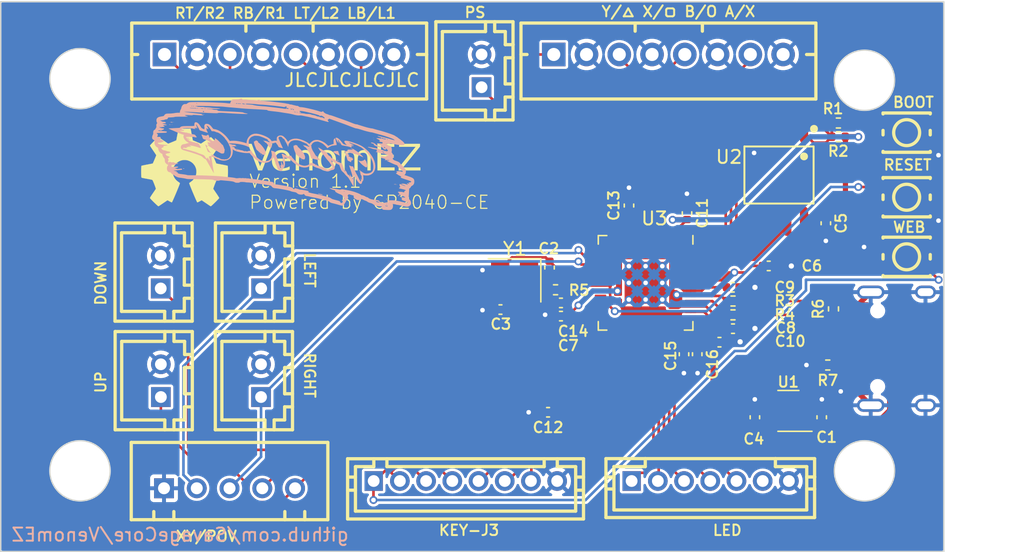
<source format=kicad_pcb>
(kicad_pcb (version 20221018) (generator pcbnew)
  (title_block (title "EZ Mod for Venom PS3/PS4") (date "2023-07-07") (rev "0.0.1") (company "SavageCore"))
  (layers (0 "F.Cu" signal) (31 "B.Cu" signal) (34 "B.Paste" user) (35 "F.Paste" user) (36 "B.SilkS" user "B.Silkscreen") (37 "F.SilkS" user "F.Silkscreen") (38 "B.Mask" user) (39 "F.Mask" user) (44 "Edge.Cuts" user))
  (net 0 "")
  (net 1 "DOWN")
  (net 2 "GND")
  (net 3 "S2 (START)")
  (net 4 "S1 (SELECT)")
  (net 5 "A2 (TP{slash}CAPTURE)")
  (net 6 "TURBO")
  (net 7 "LS TOGGLE")
  (net 8 "TURBO1")
  (net 9 "PS4 MODE")
  (net 10 "TURBO LED")
  (net 11 "PLED 4")
  (net 12 "PLED 3")
  (net 13 "PLED 2")
  (net 14 "PLED 1")
  (net 15 "LEFT")
  (net 16 "A1 (HOME)")
  (net 17 "RIGHT")
  (net 18 "(3K) R2")
  (net 19 "(3P) R1")
  (net 20 "(4K) L2")
  (net 21 "(4P) L1")
  (net 22 "UP")
  (net 23 "(1K) B1")
  (net 24 "(2K) B2")
  (net 25 "(1P) B3")
  (net 26 "(2P) B4")
  (net 30 "RUN")
  (net 33 "+1V1")
  (net 34 "+3V3")
  (net 35 "XIN")
  (net 36 "+5V")
  (net 37 "D+")
  (net 38 "D-")
  (net 39 "Net-(USB1-CC2)")
  (net 40 "XOUT")
  (net 41 "Net-(USB1-CC1)")
  (net 42 "QSPI_SS")
  (net 43 "BOOTSEL")
  (net 46 "QSPI_SD3")
  (net 47 "QSPI_SCLK")
  (net 48 "QSPI_SD0")
  (net 49 "QSPI_SD2")
  (net 50 "QSPI_SD1")
  (net 53 "Net-(C3-Pad1)")
  (net 54 "Net-(U3-USB_DP)")
  (net 55 "Net-(U3-USB_DM)")
  (footprint "easyeda2kicad:CONN-TH_2P-P2.50_HC-XH-2A-G" (layer "F.Cu") (at 89.706665 95.357798 90)
    (fp_text reference "CN10" hide)
    (fp_text value "HC-XH-2A-G")
  )
  (footprint "easyeda2kicad:CONN-TH_8P-P2.00_PH-8A" (layer "F.Cu") (at 112.954143 111.313443)
    (fp_text reference "CN2" hide)
    (fp_text value "HC-PH-8A-G")
  )
  (footprint "Resistor_SMD:R_0402_1005Metric" (layer "F.Cu") (at 141.411863 83.973583)
    (fp_text reference "R1")
    (fp_text value "1k")
  )
  (footprint "Symbol:OSHW-Symbol_6.7x6mm_SilkScreen" (layer "F.Cu") (at 91.516601 87.38511)
    (fp_text reference "OSHW1" hide)
    (fp_text value "OSHW-Symbol_6.7x6mm_SilkScreen" hide)
  )
  (footprint "easyeda2kicad:CONN-TH_2P-P2.50_HC-XH-2A-G" (layer "F.Cu") (at 89.717568 103.650138 90)
    (fp_text reference "CN7" hide)
    (fp_text value "HC-XH-2A-G")
  )
  (footprint "easyeda2kicad:SW-SMD_4P-L3.6-W3.0-P1.50-LS4.7" (layer "F.Cu") (at 146.619188 94.19174 180)
    (fp_text reference "SW1" hide)
    (fp_text value "GT-TC030A-H020-L1N")
  )
  (footprint "Capacitor_SMD:C_0402_1005Metric" (layer "F.Cu") (at 125.43422 90.275158 90)
    (fp_text reference "C13")
    (fp_text value "100n")
  )
  (footprint "easyeda2kicad:CONN-TH_2P-P2.50_HC-XH-2A-G" (layer "F.Cu") (at 114.186653 79.99 90)
    (fp_text reference "CN5" hide)
    (fp_text value "HC-XH-2A-G")
  )
  (footprint "Resistor_SMD:R_0402_1005Metric" (layer "F.Cu") (at 141.038595 98.168847 90)
    (fp_text reference "R6")
    (fp_text value "5.1k")
  )
  (footprint "Capacitor_SMD:C_0402_1005Metric" (layer "F.Cu") (at 140.454685 91.628537 -90)
    (fp_text reference "C5")
    (fp_text value "100n")
  )
  (footprint "easyeda2kicad:SOIC-8_L5.3-W5.3-P1.27-LS8.0-BL" (layer "F.Cu") (at 136.880259 87.94559 180)
    (fp_text reference "U2")
    (fp_text value "W25Q128JVSIQTR")
  )
  (footprint "Capacitor_SMD:C_0402_1005Metric" (layer "F.Cu") (at 120.243458 97.710662 180)
    (fp_text reference "C14")
    (fp_text value "100n")
  )
  (footprint "Capacitor_SMD:C_0402_1005Metric" (layer "F.Cu") (at 129.631769 101.631187 -90)
    (fp_text reference "C15")
    (fp_text value "100n")
  )
  (footprint "easyeda2kicad:CONN-TH_2P-P2.50_HC-XH-2A-G" (layer "F.Cu") (at 97.369889 95.357798 90)
    (fp_text reference "CN8" hide)
    (fp_text value "HC-XH-2A-G")
  )
  (footprint "Crystal:Crystal_SMD_3225-4Pin_3.2x2.5mm" (layer "F.Cu") (at 116.707657 95.983875 180)
    (fp_text reference "Y1")
    (fp_text value "Crystal_GND24")
  )
  (footprint "easyeda2kicad:SW-SMD_4P-L3.6-W3.0-P1.50-LS4.7" (layer "F.Cu") (at 146.619188 84.708587)
    (fp_text reference "SW3" hide)
    (fp_text value "GT-TC030A-H020-L1N")
  )
  (footprint "Resistor_SMD:R_0402_1005Metric" (layer "F.Cu") (at 133.370439 97.568254 180)
    (fp_text reference "R3")
    (fp_text value "27")
  )
  (footprint "easyeda2kicad:CONN-TH_8P-P2.50_HCTL_XH-8A_C2908606" (layer "F.Cu") (at 98.744448 78.74)
    (fp_text reference "CN3" hide)
    (fp_text value "HC-XH-8A-G")
  )
  (footprint "Package_TO_SOT_SMD:SOT-23-5" (layer "F.Cu") (at 137.597233 105.958072 180)
    (fp_text reference "U1")
    (fp_text value "TLV73333PDBV")
  )
  (footprint "Capacitor_SMD:C_0402_1005Metric" (layer "F.Cu") (at 129.861793 90.864636 90)
    (fp_text reference "C11")
    (fp_text value "100n")
  )
  (footprint "easyeda2kicad:CONN-TH_5P-P2.50_HC-XH-5A-G" (layer "F.Cu") (at 94.956758 111.86744)
    (fp_text reference "CN1" hide)
    (fp_text value "HC-XH-5A-G")
  )
  (footprint "Capacitor_SMD:C_0402_1005Metric" (layer "F.Cu") (at 136.097323 94.886871)
    (fp_text reference "C6")
    (fp_text value "100n")
  )
  (footprint "easyeda2kicad:CONN-TH_2P-P2.50_HC-XH-2A-G" (layer "F.Cu") (at 97.360856 103.650138 90)
    (fp_text reference "CN9" hide)
    (fp_text value "HC-XH-2A-G")
  )
  (footprint "Capacitor_SMD:C_0402_1005Metric" (layer "F.Cu") (at 119.373401 95.011924 -90)
    (fp_text reference "C2")
    (fp_text value "30p")
  )
  (footprint "Resistor_SMD:R_0402_1005Metric" (layer "F.Cu") (at 133.369664 98.625036 180)
    (fp_text reference "R4")
    (fp_text value "27")
  )
  (footprint "Resistor_SMD:R_0402_1005Metric" (layer "F.Cu") (at 140.60116 102.457016 180)
    (fp_text reference "R7")
    (fp_text value "5.1k")
  )
  (footprint "Capacitor_SMD:C_0402_1005Metric" (layer "F.Cu") (at 133.353919 96.52)
    (fp_text reference "C9")
    (fp_text value "100n")
  )
  (footprint "Capacitor_SMD:C_0402_1005Metric" (layer "F.Cu") (at 119.260309 106.064071 180)
    (fp_text reference "C12")
    (fp_text value "100n")
  )
  (footprint "Capacitor_SMD:C_0402_1005Metric" (layer "F.Cu") (at 132.337521 100.711465)
    (fp_text reference "C10")
    (fp_text value "1u")
  )
  (footprint "Capacitor_SMD:C_0402_1005Metric" (layer "F.Cu") (at 120.243458 98.719923 180)
    (fp_text reference "C7")
    (fp_text value "100n")
  )
  (footprint "Resistor_SMD:R_0402_1005Metric" (layer "F.Cu") (at 141.421614 85.021849 180)
    (fp_text reference "R2")
    (fp_text value "10k")
  )
  (footprint "Resistor_SMD:R_0402_1005Metric" (layer "F.Cu") (at 119.831492 96.707928)
    (fp_text reference "R5")
    (fp_text value "1k")
  )
  (footprint "Capacitor_SMD:C_0402_1005Metric" (layer "F.Cu") (at 115.627918 98.220049 180)
    (fp_text reference "C3")
    (fp_text value "30p")
  )
  (footprint "Capacitor_SMD:C_0402_1005Metric" (layer "F.Cu") (at 133.370268 99.678718)
    (fp_text reference "C8")
    (fp_text value "1u")
  )
  (footprint "Capacitor_SMD:C_0402_1005Metric" (layer "F.Cu") (at 135.041033 106.444702 90)
    (fp_text reference "C4")
    (fp_text value "1u")
  )
  (footprint "easyeda2kicad:CONN-TH_7P-P2.00_PH-7A" (layer "F.Cu") (at 131.63569 111.313443)
    (fp_text reference "CN6" hide)
    (fp_text value "HC-PH-7A-G")
  )
  (footprint "Capacitor_SMD:C_0402_1005Metric" (layer "F.Cu") (at 130.641428 101.628516 -90)
    (fp_text reference "C16")
    (fp_text value "100n")
  )
  (footprint "Capacitor_SMD:C_0402_1005Metric" (layer "F.Cu") (at 140.139641 106.444702 90)
    (fp_text reference "C1")
    (fp_text value "1u")
  )
  (footprint "Type-C:HRO-TYPE-C-31-M-12-Assembly" (layer "F.Cu") (at 150.657168 101.21011 90)
    (fp_text reference "USB1" hide)
    (fp_text value "HRO-TYPE-C-31-M-12")
  )
  (footprint "easyeda2kicad:CONN-TH_8P-P2.50_HCTL_XH-8A_C2908606" (layer "F.Cu") (at 128.443878 78.74)
    (fp_text reference "CN4" hide)
    (fp_text value "HC-XH-8A-G")
  )
  (footprint "RP2040:RP2040-QFN-56" (layer "F.Cu") (at 126.70151 96.18 -90)
    (fp_text reference "U3")
    (fp_text value "RP2040")
  )
  (footprint "easyeda2kicad:SW-SMD_4P-L3.6-W3.0-P1.50-LS4.7" (layer "F.Cu") (at 146.619188 89.642124)
    (fp_text reference "SW2" hide)
    (fp_text value "GT-TC030A-H020-L1N")
  )
  (footprint "GP2040-CE:gp2040-ce-logo" (layer "B.Cu") (at 99.06 86.36 180)
    (fp_text reference "G***" hide)
    (fp_text value "LOGO" hide)
  )
  (gr_circle (center 83.547094 80.586385) (end 85.847094 80.586385) (stroke (width 0.1)) (fill none) (layer "Edge.Cuts"))
  (gr_circle (center 83.547094 110.534209) (end 85.847094 110.534209) (stroke (width 0.1)) (fill none) (layer "Edge.Cuts"))
  (gr_circle (center 143.401941 80.708788) (end 145.701941 80.708788) (stroke (width 0.1)) (fill none) (layer "Edge.Cuts"))
  (gr_circle (center 143.401941 110.534209) (end 145.701941 110.534209) (stroke (width 0.1)) (fill none) (layer "Edge.Cuts"))
  (gr_rect (start 77.492988 74.707243) (end 149.459652 116.701911) (stroke (width 0.1)) (fill none) (layer "Edge.Cuts"))
  (gr_text "github.com/SavageCore/VenomEZ" (at 104.14 116) (layer "B.SilkS") (effects (font (size 1 1)) (justify left bottom mirror)))
  (gr_text "RIGHT" (at 100.6 101.432541 270) (layer "F.SilkS") (effects (font (size 0.8 0.8)) (justify left bottom)))
  (gr_text "VenomEZ" (at 96.332817 87.938895) (layer "F.SilkS") (effects (font (size 2 2)) (justify left bottom)))
  (gr_text "LEFT" (at 100.6 93.777292 270) (layer "F.SilkS") (effects (font (size 0.8 0.8)) (justify left bottom)))
  (gr_text "BOOT" (at 145.493458 82.859711) (layer "F.SilkS") (effects (font (size 0.8 0.8)) (justify left bottom)))
  (gr_text "WEB" (at 145.5 92.4) (layer "F.SilkS") (effects (font (size 0.8 0.8)) (justify left bottom)))
  (gr_text "UP" (at 85.6 104.686022 90) (layer "F.SilkS") (effects (font (size 0.8 0.8)) (justify left bottom)))
  (gr_text "RT/R2 RB/R1 LT/L2 LB/L1" (at 90.699962 76.052167) (layer "F.SilkS") (effects (font (size 0.8 0.8)) (justify left bottom)))
  (gr_text "JLCJLCJLCJLC" (at 99.06 81.28) (layer "F.SilkS") (effects (font (size 1 1)) (justify left bottom)))
  (gr_text "LED" (at 131.751947 115.544838) (layer "F.SilkS") (effects (font (size 0.8 0.8)) (justify left bottom)))
  (gr_text "Version 1.1\nPowered by GP2040-CE" (at 96.396823 90.614668) (layer "F.SilkS") (effects (font (size 1 1) (thickness 0.09)) (justify left bottom)))
  (gr_text "RESET" (at 144.78 87.642081) (layer "F.SilkS") (effects (font (size 0.8 0.8)) (justify left bottom)))
  (gr_text "XY/POV" (at 90.788231 116) (layer "F.SilkS") (effects (font (size 0.8 0.8)) (justify left bottom)))
  (gr_text "KEY-J3" (at 110.843811 115.544838) (layer "F.SilkS") (effects (font (size 0.8 0.8)) (justify left bottom)))
  (gr_text "PS" (at 112.809847 76) (layer "F.SilkS") (effects (font (size 0.8 0.8) (thickness 0.15) bold) (justify left bottom)))
  (gr_text "DOWN" (at 85.6 97.986409 90) (layer "F.SilkS") (effects (font (size 0.8 0.8)) (justify left bottom)))
  (gr_text "Y/△ X/▢ B/O A/X" (at 123.257376 75.930684) (layer "F.SilkS") (effects (font (size 0.8 0.8)) (justify left bottom)))
  (segment (start 91.982528 108.932363) (end 91.798839 108.748674) (width 0.2) (layer "F.Cu") (net 1))
  (segment (start 100.391835 108.932363) (end 97.456758 111.86744) (width 0.2) (layer "F.Cu") (net 1))
  (segment (start 107.292265 108.932363) (end 100.391835 108.932363) (width 0.2) (layer "F.Cu") (net 1))
  (segment (start 119.614425 103.34) (end 122.52651 100.427915) (width 0.2) (layer "F.Cu") (net 1))
  (segment (start 100.391835 108.932363) (end 91.982528 108.932363) (width 0.2) (layer "F.Cu") (net 1))
  (segment (start 122.52651 100.427915) (end 122.52651 98.585025) (width 0.2) (layer "F.Cu") (net 1))
  (segment (start 91.798839 108.748674) (end 91.798839 98.699972) (width 0.2) (layer "F.Cu") (net 1))
  (segment (start 122.52651 98.585025) (end 122.731535 98.38) (width 0.2) (layer "F.Cu") (net 1))
  (segment (start 122.731535 98.38) (end 123.26401 98.38) (width 0.2) (layer "F.Cu") (net 1))
  (segment (start 112.884629 103.34) (end 119.614425 103.34) (width 0.2) (layer "F.Cu") (net 1))
  (segment (start 107.292265 108.932363) (end 112.884629 103.34) (width 0.2) (layer "F.Cu") (net 1))
  (segment (start 91.798839 98.699972) (end 89.706665 96.607798) (width 0.2) (layer "F.Cu") (net 1))
  (segment (start 138.734733 105.958072) (end 140.133011 105.958072) (width 0.4) (layer "F.Cu") (net 2))
  (segment (start 130.641428 103.050549) (end 130.666239 103.07536) (width 0.2) (layer "F.Cu") (net 2))
  (segment (start 148.50889 85.458587) (end 148.50889 85.893821) (width 0.2) (layer "F.Cu") (net 2))
  (segment (start 134.980259 86.257429) (end 134.980259 84.41559) (width 0.2) (layer "F.Cu") (net 2))
  (segment (start 141.339858 97.96011) (end 141.038595 97.658847) (width 0.2) (layer "F.Cu") (net 2))
  (segment (start 114.256353 95.208029) (end 115.533503 95.208029) (width 0.2) (layer "F.Cu") (net 2))
  (segment (start 133.833919 96.52) (end 135.040341 96.52) (width 0.25) (layer "F.Cu") (net 2))
  (segment (start 115.533503 95.208029) (end 115.607657 95.133875) (width 0.2) (layer "F.Cu") (net 2))
  (segment (start 120.021477 95.18) (end 119.373401 94.531924) (width 0.2) (layer "F.Cu") (net 2))
  (segment (start 119.035642 98.438478) (end 119.763458 97.710662) (width 0.2) (layer "F.Cu") (net 2))
  (segment (start 130.641428 102.108516) (end 130.641428 103.050549) (width 0.2) (layer "F.Cu") (net 2))
  (segment (start 141.60092 104.46011) (end 141.590312 104.470718) (width 0.2) (layer "F.Cu") (net 2))
  (segment (start 117.407657 96.833875) (end 117.807657 96.833875) (width 0.2) (layer "F.Cu") (net 2))
  (segment (start 129.631769 102.111187) (end 129.631769 103.067779) (width 0.2) (layer "F.Cu") (net 2))
  (segment (start 119.075352 94.233875) (end 116.507657 94.233875) (width 0.2) (layer "F.Cu") (net 2))
  (segment (start 148.50889 85.893821) (end 149.048203 86.433134) (width 0.2) (layer "F.Cu") (net 2))
  (segment (start 140.139641 105.085074) (end 140.148781 105.075934) (width 0.4) (layer "F.Cu") (net 2))
  (segment (start 142.962168 97.80511) (end 143.877168 96.89011) (width 0.4) (layer "F.Cu") (net 2))
  (segment (start 135.041033 105.082138) (end 135.034829 105.075934) (width 0.2) (layer "F.Cu") (net 2))
  (segment (start 142.962168 104.46011) (end 141.60092 104.46011) (width 0.4) (layer "F.Cu") (net 2))
  (segment (start 138.728103 105.964702) (end 138.734733 105.958072) (width 0.4) (layer "F.Cu") (net 2))
  (segment (start 133.886642 100.711465) (end 133.914554 100.683553) (width 0.25) (layer "F.Cu") (net 2))
  (segment (start 142.962168 97.96011) (end 142.962168 97.80511) (width 0.2) (layer "F.Cu") (net 2))
  (segment (start 123.26401 95.18) (end 120.021477 95.18) (width 0.2) (layer "F.Cu") (net 2))
  (segment (start 116.507657 94.233875) (end 115.607657 95.133875) (width 0.2) (layer "F.Cu") (net 2))
  (segment (start 140.133011 105.958072) (end 140.139641 105.964702) (width 0.4) (layer "F.Cu") (net 2))
  (segment (start 148.519188 90.392124) (end 148.519188 90.938016) (width 0.2) (layer "F.Cu") (net 2))
  (segment (start 142.962168 97.96011) (end 141.339858 97.96011) (width 0.2) (layer "F.Cu") (net 2))
  (segment (start 129.854479 90.377322) (end 129.861793 90.384636) (width 0.2) (layer "F.Cu") (net 2))
  (segment (start 142.962168 104.61511) (end 143.877168 105.53011) (width 0.4) (layer "F.Cu") (net 2))
  (segment (start 125.43422 89.795158) (end 125.43422 88.913282) (width 0.2) (layer "F.Cu") (net 2))
  (segment (start 119.373401 94.531924) (end 119.075352 94.233875) (width 0.2) (layer "F.Cu") (net 2))
  (segment (start 140.454685 92.108537) (end 140.454685 92.97452) (width 0.4) (layer "F.Cu") (net 2))
  (segment (start 115.102483 98.265484) (end 115.147918 98.220049) (width 0.2) (layer "F.Cu") (net 2))
  (segment (start 140.139641 105.964702) (end 140.139641 105.085074) (width 0.4) (layer "F.Cu") (net 2))
  (segment (start 135.040341 96.52) (end 135.044993 96.524652) (width 0.25) (layer "F.Cu") (net 2))
  (segment (start 136.577323 94.886871) (end 137.813917 94.886871) (width 0.25) (layer "F.Cu") (net 2))
  (segment (start 132.817521 100.711465) (end 133.886642 100.711465) (width 0.25) (layer "F.Cu") (net 2))
  (segment (start 117.780537 106.064071) (end 118.780309 106.064071) (width 0.2) (layer "F.Cu") (net 2))
  (segment (start 135.031036 99.678718) (end 135.044993 99.664761) (width 0.25) (layer "F.Cu") (net 2))
  (segment (start 142.962168 104.46011) (end 142.962168 104.61511) (width 0.4) (layer "F.Cu") (net 2))
  (segment (start 148.519188 90.938016) (end 149.011636 91.430464) (width 0.2) (layer "F.Cu") (net 2))
  (segment (start 140.09116 102.457016) (end 138.974769 102.457016) (width 0.2) (layer "F.Cu") (net 2))
  (segment (start 119.138785 98.719923) (end 119.763458 98.719923) (width 0.2) (layer "F.Cu") (net 2))
  (segment (start 114.256353 98.265484) (end 115.102483 98.265484) (width 0.2) (layer "F.Cu") (net 2))
  (segment (start 129.631769 103.067779) (end 129.624188 103.07536) (width 0.2) (layer "F.Cu") (net 2))
  (segment (start 135.041033 105.964702) (end 138.728103 105.964702) (width 0.4) (layer "F.Cu") (net 2))
  (segment (start 119.035642 98.61678) (end 119.035642 98.438478) (width 0.2) (layer "F.Cu") (net 2))
  (segment (start 133.850268 99.678718) (end 135.031036 99.678718) (width 0.25) (layer "F.Cu") (net 2))
  (segment (start 144.711933 93.44174) (end 143.369197 93.44174) (width 0.2) (layer "F.Cu") (net 2))
  (segment (start 119.035642 98.61678) (end 119.138785 98.719923) (width 0.2) (layer "F.Cu") (net 2))
  (segment (start 115.507657 95.133875) (end 115.607657 95.133875) (width 0.2) (layer "F.Cu") (net 2))
  (segment (start 135.041033 105.964702) (end 135.041033 105.082138) (width 0.4) (layer "F.Cu") (net 2))
  (segment (start 115.707657 95.133875) (end 117.407657 96.833875) (width 0.2) (layer "F.Cu") (net 2))
  (segment (start 129.854479 89.375376) (end 129.854479 90.377322) (width 0.4) (layer "F.Cu") (net 2))
  (segment (start 143.369197 93.44174) (end 143.368986 93.441951) (width 0.2) (layer "F.Cu") (net 2))
  (via (at 129.854479 89.375376) (size 0.6) (drill 0.35) (layers "F.Cu" "B.Cu") (net 2))
  (via (at 141.590312 104.470718) (size 0.6) (drill 0.35) (layers "F.Cu" "B.Cu") (net 2))
  (via (at 129.624188 103.07536) (size 0.6) (drill 0.35) (layers "F.Cu" "B.Cu") (net 2))
  (via (at 143.368986 93.441951) (size 0.6) (drill 0.35) (layers "F.Cu" "B.Cu") (net 2))
  (via (at 149.048203 91.430464) (size 0.6) (drill 0.35) (layers "F.Cu" "B.Cu") (net 2))
  (via (at 133.914554 100.683553) (size 0.8) (drill 0.4) (layers "F.Cu" "B.Cu") (net 2))
  (via (at 125.43422 88.913282) (size 0.6) (drill 0.35) (layers "F.Cu" "B.Cu") (net 2))
  (via (at 137.820895 94.893849) (size 0.8) (drill 0.4) (layers "F.Cu" "B.Cu") (net 2))
  (via (at 117.780537 106.064071) (size 0.6) (drill 0.35) (layers "F.Cu" "B.Cu") (net 2))
  (via (at 130.666239 103.07536) (size 0.6) (drill 0.35) (layers "F.Cu" "B.Cu") (net 2))
  (via (at 140.454685 92.97452) (size 0.6) (drill 0.35) (layers "F.Cu" "B.Cu") (net 2))
  (via (at 135.044993 99.664761) (size 0.8) (drill 0.4) (layers "F.Cu" "B.Cu") (net 2))
  (via (at 149.048203 86.433134) (size 0.6) (drill 0.35) (layers "F.Cu" "B.Cu") (net 2))
  (via (at 138.974769 102.457016) (size 0.6) (drill 0.35) (layers "F.Cu" "B.Cu") (net 2))
  (via (at 114.256353 95.208029) (size 0.6) (drill 0.35) (layers "F.Cu" "B.Cu") (net 2))
  (via (at 134.980259 86.257429) (size 0.6) (drill 0.35) (layers "F.Cu" "B.Cu") (net 2))
  (via (at 135.034829 105.075934) (size 0.6) (drill 0.35) (layers "F.Cu" "B.Cu") (net 2))
  (via (at 140.148781 105.075934) (size 0.6) (drill 0.35) (layers "F.Cu" "B.Cu") (net 2))
  (via (at 114.256353 98.265484) (size 0.6) (drill 0.35) (layers "F.Cu" "B.Cu") (net 2))
  (via (at 119.035642 98.61678) (size 0.6) (drill 0.35) (layers "F.Cu" "B.Cu") (net 2))
  (via (at 135.044993 96.524652) (size 0.8) (drill 0.4) (layers "F.Cu" "B.Cu") (net 2))
  (segment (start 148.511933 94.94174) (end 148.511933 95.395211) (width 0.2) (layer "F.Cu") (net 3))
  (segment (start 105.938397 112.764751) (end 105.938397 111.329189) (width 0.2) (layer "F.Cu") (net 3))
  (segment (start 107.408 109.948) (end 113.216 104.14) (width 0.2) (layer "F.Cu") (net 3))
  (segment (start 119.945797 104.14) (end 124.10151 99.984289) (width 0.2) (layer "F.Cu") (net 3))
  (segment (start 124.10151 99.984289) (end 124.10151 99.6175) (width 0.2) (layer "F.Cu") (net 3))
  (segment (start 105.983 111.373) (end 107.408 109.948) (width 0.2) (layer "F.Cu") (net 3))
  (segment (start 113.216 104.14) (end 119.945797 104.14) (width 0.2) (layer "F.Cu") (net 3))
  (segment (start 148.511933 95.395211) (end 149.062578 95.945856) (width 0.2) (layer "F.Cu") (net 3))
  (segment (start 105.938397 111.329189) (end 105.954143 111.313443) (width 0.2) (layer "F.Cu") (net 3))
  (via (at 105.938397 112.764751) (size 0.6) (drill 0.35) (layers "F.Cu" "B.Cu") (net 3))
  (via (at 149.062578 95.945856) (size 0.6) (drill 0.35) (layers "F.Cu" "B.Cu") (net 3))
  (segment (start 133.500933 101.383553) (end 134.316151 101.383553) (width 0.2) (layer "B.Cu") (net 3))
  (segment (start 122.119735 112.764751) (end 133.500933 101.383553) (width 0.2) (layer "B.Cu") (net 3))
  (segment (start 138.93863 95.945856) (end 149.062578 95.945856) (width 0.2) (layer "B.Cu") (net 3))
  (segment (start 138.93863 96.761074) (end 138.93863 95.945856) (width 0.2) (layer "B.Cu") (net 3))
  (segment (start 105.938397 112.764751) (end 122.119735 112.764751) (width 0.2) (layer "B.Cu") (net 3))
  (segment (start 134.316151 101.383553) (end 138.93863 96.761074) (width 0.2) (layer "B.Cu") (net 3))
  (segment (start 120.111483 104.54) (end 124.50151 100.149975) (width 0.2) (layer "F.Cu") (net 4))
  (segment (start 113.381686 104.54) (end 120.111483 104.54) (width 0.2) (layer "F.Cu") (net 4))
  (segment (start 107.265843 110.655843) (end 113.381686 104.54) (width 0.2) (layer "F.Cu") (net 4))
  (segment (start 107.983 111.373) (end 107.265843 110.655843) (width 0.2) (layer "F.Cu") (net 4))
  (segment (start 124.50151 100.149975) (end 124.50151 99.6175) (width 0.2) (layer "F.Cu") (net 4))
  (segment (start 108.548686 109.938686) (end 113.547372 104.94) (width 0.2) (layer "F.Cu") (net 5))
  (segment (start 109.983 111.373) (end 108.548686 109.938686) (width 0.2) (layer "F.Cu") (net 5))
  (segment (start 120.277169 104.94) (end 124.90151 100.31566) (width 0.2) (layer "F.Cu") (net 5))
  (segment (start 113.547372 104.94) (end 120.277169 104.94) (width 0.2) (layer "F.Cu") (net 5))
  (segment (start 124.90151 100.31566) (end 124.90151 99.6175) (width 0.2) (layer "F.Cu") (net 5))
  (segment (start 120.442855 105.34) (end 125.30151 100.481345) (width 0.2) (layer "F.Cu") (net 6))
  (segment (start 110.383 109.773) (end 109.280058 109.773) (width 0.2) (layer "F.Cu") (net 6))
  (segment (start 109.280058 109.773) (end 113.713058 105.34) (width 0.2) (layer "F.Cu") (net 6))
  (segment (start 111.983 111.373) (end 110.383 109.773) (width 0.2) (layer "F.Cu") (net 6))
  (segment (start 113.713058 105.34) (end 120.442855 105.34) (width 0.2) (layer "F.Cu") (net 6))
  (segment (start 125.30151 100.481345) (end 125.30151 99.6175) (width 0.2) (layer "F.Cu") (net 6))
  (segment (start 116.976547 109.937679) (end 126.10151 100.812716) (width 0.2) (layer "F.Cu") (net 7))
  (segment (start 126.10151 100.812716) (end 126.10151 99.6175) (width 0.2) (layer "F.Cu") (net 7))
  (segment (start 113.983 111.373) (end 115.418321 109.937679) (width 0.2) (layer "F.Cu") (net 7))
  (segment (start 115.418321 109.937679) (end 116.976547 109.937679) (width 0.2) (layer "F.Cu") (net 7))
  (segment (start 115.983 111.373) (end 116.106911 111.373) (width 0.2) (layer "F.Cu") (net 8))
  (segment (start 116.106911 111.373) (end 126.50151 100.978401) (width 0.2) (layer "F.Cu") (net 8))
  (segment (start 126.50151 100.978401) (end 126.50151 99.6175) (width 0.2) (layer "F.Cu") (net 8))
  (segment (start 117.983 110.062597) (end 126.90151 101.144086) (width 0.2) (layer "F.Cu") (net 9))
  (segment (start 126.90151 101.144086) (end 126.90151 99.6175) (width 0.2) (layer "F.Cu") (net 9))
  (segment (start 117.983 111.373) (end 117.983 110.062597) (width 0.2) (layer "F.Cu") (net 9))
  (segment (start 128.956652 109.732581) (end 128.90151 109.677439) (width 0.2) (layer "F.Cu") (net 10))
  (segment (start 133.63569 111.313443) (end 132.054828 109.732581) (width 0.2) (layer "F.Cu") (net 10))
  (segment (start 128.90151 109.677439) (end 128.90151 99.6175) (width 0.2) (layer "F.Cu") (net 10))
  (segment (start 132.054828 109.732581) (end 128.956652 109.732581) (width 0.2) (layer "F.Cu") (net 10))
  (segment (start 128.56343 110.132581) (end 128.50151 110.070661) (width 0.2) (layer "F.Cu") (net 11))
  (segment (start 128.50151 110.070661) (end 128.50151 99.6175) (width 0.2) (layer "F.Cu") (net 11))
  (segment (start 130.454828 110.132581) (end 128.56343 110.132581) (width 0.2) (layer "F.Cu") (net 11))
  (segment (start 131.63569 111.313443) (end 130.454828 110.132581) (width 0.2) (layer "F.Cu") (net 11))
  (segment (start 128.854828 110.532581) (end 128.397744 110.532581) (width 0.2) (layer "F.Cu") (net 12))
  (segment (start 129.63569 111.313443) (end 128.854828 110.532581) (width 0.2) (layer "F.Cu") (net 12))
  (segment (start 128.397744 110.532581) (end 128.10151 110.236347) (width 0.2) (layer "F.Cu") (net 12))
  (segment (start 128.10151 110.236347) (end 128.10151 99.6175) (width 0.2) (layer "F.Cu") (net 12))
  (segment (start 127.63569 111.313443) (end 127.70151 111.247623) (width 0.2) (layer "F.Cu") (net 13))
  (segment (start 127.70151 111.247623) (end 127.70151 99.6175) (width 0.2) (layer "F.Cu") (net 13))
  (segment (start 125.63569 111.313443) (end 126.262131 110.687002) (width 0.2) (layer "F.Cu") (net 14))
  (segment (start 127.30151 110.161812) (end 127.30151 99.6175) (width 0.2) (layer "F.Cu") (net 14))
  (segment (start 126.77632 110.687002) (end 127.30151 110.161812) (width 0.2) (layer "F.Cu") (net 14))
  (segment (start 126.262131 110.687002) (end 126.77632 110.687002) (width 0.2) (layer "F.Cu") (net 14))
  (segment (start 121.577177 93.673464) (end 122.283713 94.38) (width 0.2) (layer "F.Cu") (net 15))
  (segment (start 122.283713 94.38) (end 123.26401 94.38) (width 0.2) (layer "F.Cu") (net 15))
  (via (at 121.577177 93.673464) (size 0.6) (drill 0.35) (layers "F.Cu" "B.Cu") (net 15))
  (segment (start 91.44 110.850682) (end 92.456758 111.86744) (width 0.2) (layer "B.Cu") (net 15))
  (segment (start 121.577177 93.673464) (end 121.341918 93.908723) (width 0.2) (layer "B.Cu") (net 15))
  (segment (start 121.341918 93.908723) (end 100.068964 93.908723) (width 0.2) (layer "B.Cu") (net 15))
  (segment (start 91.44 102.537687) (end 97.369889 96.607798) (width 0.2) (layer "B.Cu") (net 15))
  (segment (start 91.44 102.537687) (end 91.44 110.850682) (width 0.2) (layer "B.Cu") (net 15))
  (segment (start 100.068964 93.908723) (end 97.369889 96.607798) (width 0.2) (layer "B.Cu") (net 15))
  (segment (start 124.90151 92.7425) (end 124.90151 92.044339) (width 0.2) (layer "F.Cu") (net 16))
  (segment (start 124.90151 92.044339) (end 114.186653 81.329482) (width 0.2) (layer "F.Cu") (net 16))
  (segment (start 114.186653 81.329482) (end 114.186653 81.24) (width 0.2) (layer "F.Cu") (net 16))
  (segment (start 121.798535 94.78) (end 121.56559 94.547055) (width 0.2) (layer "F.Cu") (net 17))
  (segment (start 123.26401 94.78) (end 121.798535 94.78) (width 0.2) (layer "F.Cu") (net 17))
  (via (at 121.577177 94.547055) (size 0.6) (drill 0.35) (layers "F.Cu" "B.Cu") (net 17))
  (segment (start 97.360856 109.463342) (end 97.360856 104.900138) (width 0.2) (layer "B.Cu") (net 17))
  (segment (start 94.956758 111.86744) (end 97.360856 109.463342) (width 0.2) (layer "B.Cu") (net 17))
  (segment (start 121.56559 94.547055) (end 107.713939 94.547055) (width 0.2) (layer "B.Cu") (net 17))
  (segment (start 107.713939 94.547055) (end 97.360856 104.900138) (width 0.2) (layer "B.Cu") (net 17))
  (segment (start 120.591535 91.84) (end 103.094448 91.84) (width 0.2) (layer "F.Cu") (net 18))
  (segment (start 123.26401 93.98) (end 122.731535 93.98) (width 0.2) (layer "F.Cu") (net 18))
  (segment (start 103.094448 91.84) (end 89.994448 78.74) (width 0.2) (layer "F.Cu") (net 18))
  (segment (start 122.731535 93.98) (end 120.591535 91.84) (width 0.2) (layer "F.Cu") (net 18))
  (segment (start 93.98 81.28) (end 94.994448 80.265552) (width 0.2) (layer "F.Cu") (net 19))
  (segment (start 103.260134 91.44) (end 93.98 82.159866) (width 0.2) (layer "F.Cu") (net 19))
  (segment (start 121.12401 91.44) (end 103.260134 91.44) (width 0.2) (layer "F.Cu") (net 19))
  (segment (start 123.26401 93.58) (end 121.12401 91.44) (width 0.2) (layer "F.Cu") (net 19))
  (segment (start 93.98 82.159866) (end 93.98 81.28) (width 0.2) (layer "F.Cu") (net 19))
  (segment (start 94.994448 80.265552) (end 94.994448 78.74) (width 0.2) (layer "F.Cu") (net 19))
  (segment (start 122.39901 91.04) (end 124.10151 92.7425) (width 0.2) (layer "F.Cu") (net 20))
  (segment (start 112.294448 91.04) (end 122.39901 91.04) (width 0.2) (layer "F.Cu") (net 20))
  (segment (start 99.994448 78.74) (end 112.294448 91.04) (width 0.2) (layer "F.Cu") (net 20))
  (segment (start 112.460134 90.64) (end 104.14 82.319866) (width 0.2) (layer "F.Cu") (net 21))
  (segment (start 122.931485 90.64) (end 112.460134 90.64) (width 0.2) (layer "F.Cu") (net 21))
  (segment (start 104.14 82.319866) (end 104.14 81.28) (width 0.2) (layer "F.Cu") (net 21))
  (segment (start 104.994448 80.425552) (end 104.994448 78.74) (width 0.2) (layer "F.Cu") (net 21))
  (segment (start 124.50151 92.7425) (end 124.50151 92.210025) (width 0.2) (layer "F.Cu") (net 21))
  (segment (start 104.14 81.28) (end 104.994448 80.425552) (width 0.2) (layer "F.Cu") (net 21))
  (segment (start 124.50151 92.210025) (end 122.931485 90.64) (width 0.2) (layer "F.Cu") (net 21))
  (segment (start 96.396758 111.636758) (end 96.396758 112.306507) (width 0.2) (layer "F.Cu") (net 22))
  (segment (start 123.26401 98.78) (end 123.26401 100.256103) (width 0.2) (layer "F.Cu") (net 22))
  (segment (start 89.717568 107.233089) (end 91.816842 109.332363) (width 0.2) (layer "F.Cu") (net 22))
  (segment (start 89.717568 104.900138) (end 89.717568 107.233089) (width 0.2) (layer "F.Cu") (net 22))
  (segment (start 98.896758 112.92744) (end 99.956758 111.86744) (width 0.2) (layer "F.Cu") (net 22))
  (segment (start 102.491835 109.332363) (end 99.956758 111.86744) (width 0.2) (layer "F.Cu") (net 22))
  (segment (start 94.092363 109.332363) (end 96.396758 111.636758) (width 0.2) (layer "F.Cu") (net 22))
  (segment (start 113.050314 103.74) (end 107.457951 109.332363) (width 0.2) (layer "F.Cu") (net 22))
  (segment (start 91.816842 109.332363) (end 94.092363 109.332363) (width 0.2) (layer "F.Cu") (net 22))
  (segment (start 123.26401 100.256103) (end 119.780113 103.74) (width 0.2) (layer "F.Cu") (net 22))
  (segment (start 107.457951 109.332363) (end 102.491835 109.332363) (width 0.2) (layer "F.Cu") (net 22))
  (segment (start 97.017691 112.92744) (end 98.896758 112.92744) (width 0.2) (layer "F.Cu") (net 22))
  (segment (start 96.396758 112.306507) (end 97.017691 112.92744) (width 0.2) (layer "F.Cu") (net 22))
  (segment (start 119.780113 103.74) (end 113.050314 103.74) (width 0.2) (layer "F.Cu") (net 22))
  (segment (start 132.987518 80.869539) (end 134.693878 79.163179) (width 0.2) (layer "F.Cu") (net 23))
  (segment (start 126.90151 92.7425) (end 126.90151 80.910387) (width 0.2) (layer "F.Cu") (net 23))
  (segment (start 126.90151 80.910387) (end 126.942358 80.869539) (width 0.2) (layer "F.Cu") (net 23))
  (segment (start 126.942358 80.869539) (end 132.987518 80.869539) (width 0.2) (layer "F.Cu") (net 23))
  (segment (start 134.693878 79.163179) (end 134.693878 78.74) (width 0.2) (layer "F.Cu") (net 23))
  (segment (start 126.50151 92.7425) (end 126.50151 80.263498) (width 0.2) (layer "F.Cu") (net 24))
  (segment (start 126.50151 80.263498) (end 128.054972 80.263498) (width 0.2) (layer "F.Cu") (net 24))
  (segment (start 128.054972 80.263498) (end 129.57847 78.74) (width 0.2) (layer "F.Cu") (net 24))
  (segment (start 129.57847 78.74) (end 129.693878 78.74) (width 0.2) (layer "F.Cu") (net 24))
  (segment (start 126.10151 92.7425) (end 126.10151 80.38151) (width 0.2) (layer "F.Cu") (net 25))
  (segment (start 124.693878 78.973878) (end 124.693878 78.74) (width 0.2) (layer "F.Cu") (net 25))
  (segment (start 126.10151 80.38151) (end 124.693878 78.973878) (width 0.2) (layer "F.Cu") (net 25))
  (segment (start 115.899042 82.468017) (end 115.899042 78.74) (width 0.2) (layer "F.Cu") (net 26))
  (segment (start 125.30151 91.870485) (end 115.899042 82.468017) (width 0.2) (layer "F.Cu") (net 26))
  (segment (start 115.899042 78.74) (end 119.693878 78.74) (width 0.2) (layer "F.Cu") (net 26))
  (segment (start 125.30151 92.7425) (end 125.30151 91.870485) (width 0.2) (layer "F.Cu") (net 26))
  (segment (start 123.982048 97.98) (end 124.350536 98.348488) (width 0.2) (layer "F.Cu") (net 30))
  (segment (start 144.686859 88.859795) (end 144.719188 88.892124) (width 0.2) (layer "F.Cu") (net 30))
  (segment (start 142.931123 88.859795) (end 144.686859 88.859795) (width 0.2) (layer "F.Cu") (net 30))
  (segment (start 123.26401 97.98) (end 123.982048 97.98) (width 0.2) (layer "F.Cu") (net 30))
  (via (at 124.350536 98.348488) (size 0.6) (drill 0.35) (layers "F.Cu" "B.Cu") (net 30))
  (via (at 142.931123 88.859795) (size 0.6) (drill 0.35) (layers "F.Cu" "B.Cu") (net 30))
  (segment (start 131.356949 98.348488) (end 124.350536 98.348488) (width 0.2) (layer "B.Cu") (net 30))
  (segment (start 140.845642 88.859795) (end 131.356949 98.348488) (width 0.2) (layer "B.Cu") (net 30))
  (segment (start 142.931123 88.859795) (end 140.845642 88.859795) (width 0.2) (layer "B.Cu") (net 30))
  (segment (start 129.078899 97.08916) (end 129.078899 97.729128) (width 0.2) (layer "F.Cu") (net 33))
  (segment (start 130.13901 95.98) (end 132.481665 95.98) (width 0.2) (layer "F.Cu") (net 33))
  (segment (start 121.577177 97.89722) (end 122.694397 96.78) (width 0.2) (layer "F.Cu") (net 33))
  (segment (start 122.694397 96.78) (end 123.26401 96.78) (width 0.2) (layer "F.Cu") (net 33))
  (segment (start 132.257521 98.918612) (end 131.318909 97.98) (width 0.2) (layer "F.Cu") (net 33))
  (segment (start 129.078899 97.729128) (end 129.329771 97.98) (width 0.2) (layer "F.Cu") (net 33))
  (segment (start 132.257521 99.045971) (end 132.257521 98.918612) (width 0.2) (layer "F.Cu") (net 33))
  (segment (start 120.723458 98.719923) (end 120.754474 98.719923) (width 0.2) (layer "F.Cu") (net 33))
  (segment (start 132.890268 99.678718) (end 132.257521 99.045971) (width 0.2) (layer "F.Cu") (net 33))
  (segment (start 133.470635 95.386273) (end 134.310748 95.386273) (width 0.2) (layer "F.Cu") (net 33))
  (segment (start 133.075392 95.386273) (end 133.470635 95.386273) (width 0.2) (layer "F.Cu") (net 33))
  (segment (start 129.329771 97.98) (end 130.13901 97.98) (width 0.2) (layer "F.Cu") (net 33))
  (segment (start 134.310748 95.386273) (end 134.81015 94.886871) (width 0.2) (layer "F.Cu") (net 33))
  (segment (start 120.754474 98.719923) (end 121.577177 97.89722) (width 0.2) (layer "F.Cu") (net 33))
  (segment (start 131.318909 97.98) (end 130.13901 97.98) (width 0.2) (layer "F.Cu") (net 33))
  (segment (start 132.481665 95.98) (end 133.075392 95.386273) (width 0.2) (layer "F.Cu") (net 33))
  (segment (start 135.617323 94.886871) (end 134.81015 94.886871) (width 0.2) (layer "F.Cu") (net 33))
  (via (at 124.552714 96.802587) (size 0.6) (drill 0.35) (layers "F.Cu" "B.Cu") (net 33))
  (via (at 129.078899 97.08916) (size 0.6) (drill 0.35) (layers "F.Cu" "B.Cu") (net 33))
  (via (at 121.577177 97.89722) (size 0.6) (drill 0.35) (layers "F.Cu" "B.Cu") (net 33))
  (via (at 133.470635 95.386273) (size 0.6) (drill 0.35) (layers "F.Cu" "B.Cu") (net 33))
  (segment (start 131.767748 97.08916) (end 133.470635 95.386273) (width 0.4) (layer "B.Cu") (net 33))
  (segment (start 129.078899 97.08916) (end 131.767748 97.08916) (width 0.4) (layer "B.Cu") (net 33))
  (segment (start 122.67181 96.802587) (end 121.577177 97.89722) (width 0.4) (layer "B.Cu") (net 33))
  (segment (start 124.552714 96.802587) (end 122.67181 96.802587) (width 0.4) (layer "B.Cu") (net 33))
  (segment (start 125.70151 92.7425) (end 125.70151 93.534871) (width 0.2) (layer "F.Cu") (net 34))
  (segment (start 130.13901 96.38) (end 129.561589 96.38) (width 0.2) (layer "F.Cu") (net 34))
  (segment (start 130.145139 98.386129) (end 131.159352 98.386129) (width 0.2) (layer "F.Cu") (net 34))
  (segment (start 131.252393 96.51912) (end 131.113273 96.38) (width 0.2) (layer "F.Cu") (net 34))
  (segment (start 129.495457 98.38) (end 129.414899 98.460558) (width 0.2) (layer "F.Cu") (net 34))
  (segment (start 139.117312 91.148537) (end 138.790259 91.47559) (width 0.4) (layer "F.Cu") (net 34))
  (segment (start 129.30151 98.990949) (end 129.512459 98.78) (width 0.2) (layer "F.Cu") (net 34))
  (segment (start 141.931614 85.021849) (end 142.925854 85.021849) (width 0.4) (layer "F.Cu") (net 34))
  (segment (start 129.30151 93.552748) (end 129.313254 93.564492) (width 0.2) (layer "F.Cu") (net 34))
  (segment (start 129.844008 91.362421) (end 129.861793 91.344636) (width 0.2) (layer "F.Cu") (net 34))
  (segment (start 129.30151 92.7425) (end 129.30151 91.904919) (width 0.2) (layer "F.Cu") (net 34))
  (segment (start 125.70151 93.534871) (end 125.708786 93.542147) (width 0.2) (layer "F.Cu") (net 34))
  (segment (start 125.70151 100.647031) (end 125.70151 99.6175) (width 0.2) (layer "F.Cu") (net 34))
  (segment (start 130.641428 101.148516) (end 130.641428 99.282418) (width 0.2) (layer "F.Cu") (net 34))
  (segment (start 130.13901 98.38) (end 130.145139 98.386129) (width 0.2) (layer "F.Cu") (net 34))
  (segment (start 131.113273 96.38) (end 130.13901 96.38) (width 0.2) (layer "F.Cu") (net 34))
  (segment (start 129.30151 99.6175) (end 129.30151 98.990949) (width 0.2) (layer "F.Cu") (net 34))
  (segment (start 134.847542 106.924702) (end 135.041033 106.924702) (width 0.4) (layer "F.Cu") (net 34))
  (segment (start 129.30151 92.7425) (end 129.30151 93.552748) (width 0.2) (layer "F.Cu") (net 34))
  (segment (start 125.70151 92.7425) (end 125.70151 91.022448) (width 0.2) (layer "F.Cu") (net 34))
  (segment (start 120.723458 97.710662) (end 122.05412 96.38) (width 0.2) (layer "F.Cu") (net 34))
  (segment (start 125.70151 99.085025) (end 125.700967 99.084482) (width 0.2) (layer "F.Cu") (net 34))
  (segment (start 142.925854 85.021849) (end 142.931123 85.027118) (width 0.4) (layer "F.Cu") (net 34))
  (segment (start 131.252393 96.51912) (end 132.873039 96.51912) (width 0.2) (layer "F.Cu") (net 34))
  (segment (start 129.512459 98.78) (end 130.13901 98.78) (width 0.2) (layer "F.Cu") (net 34))
  (segment (start 122.05412 96.38) (end 123.26401 96.38) (width 0.2) (layer "F.Cu") (net 34))
  (segment (start 131.252393 96.51912) (end 130.991513 96.78) (width 0.2) (layer "F.Cu") (net 34))
  (segment (start 119.740309 106.064071) (end 120.28447 106.064071) (width 0.2) (layer "F.Cu") (net 34))
  (segment (start 135.057663 106.908072) (end 135.041033 106.924702) (width 0.2) (layer "F.Cu") (net 34))
  (segment (start 124.03519 96.38) (end 124.043381 96.388191) (width 0.2) (layer "F.Cu") (net 34))
  (segment (start 131.159352 98.386129) (end 131.857521 99.084298) (width 0.2) (layer "F.Cu") (net 34))
  (segment (start 131.857521 103.934681) (end 134.847542 106.924702) (width 0.4) (layer "F.Cu") (net 34))
  (segment (start 130.991513 96.78) (end 130.13901 96.78) (width 0.2) (layer "F.Cu") (net 34))
  (segment (start 140.454685 91.148537) (end 139.117312 91.148537) (width 0.4) (layer "F.Cu") (net 34))
  (segment (start 141.950201 89.653021) (end 141.950201 85.040436) (width 0.4) (layer "F.Cu") (net 34))
  (segment (start 130.13901 98.38) (end 129.495457 98.38) (width 0.2) (layer "F.Cu") (net 34))
  (segment (start 123.26401 96.38) (end 124.03519 96.38) (width 0.2) (layer "F.Cu") (net 34))
  (segment (start 125.700967 99.084482) (end 125.700967 98.718194) (width 0.2) (layer "F.Cu") (net 34))
  (segment (start 129.30151 99.6175) (end 129.30151 100.820928) (width 0.2) (layer "F.Cu") (net 34))
  (segment (start 130.641428 99.282418) (end 130.13901 98.78) (width 0.2) (layer "F.Cu") (net 34))
  (segment (start 136.459733 106.908072) (end 135.057663 106.908072) (width 0.2) (layer "F.Cu") (net 34))
  (segment (start 131.857521 103.934681) (end 131.857521 100.711465) (width 0.4) (layer "F.Cu") (net 34))
  (segment (start 129.30151 91.904919) (end 129.861793 91.344636) (width 0.2) (layer "F.Cu") (net 34))
  (segment (start 129.30151 100.820928) (end 129.631769 101.151187) (width 0.2) (layer "F.Cu") (net 34))
  (segment (start 120.28447 106.064071) (end 125.70151 100.647031) (width 0.2) (layer "F.Cu") (net 34))
  (segment (start 128.763082 91.362421) (end 129.844008 91.362421) (width 0.4) (layer "F.Cu") (net 34))
  (segment (start 131.857521 99.084298) (end 131.857521 100.711465) (width 0.2) (layer "F.Cu") (net 34))
  (segment (start 125.70151 99.6175) (end 125.70151 99.085025) (width 0.2) (layer "F.Cu") (net 34))
  (segment (start 129.617561 96.78) (end 129.446174 96.608613) (width 0.2) (layer "F.Cu") (net 34))
  (segment (start 140.454685 91.148537) (end 141.950201 89.653021) (width 0.4) (layer "F.Cu") (net 34))
  (segment (start 130.13901 96.78) (end 129.617561 96.78) (width 0.2) (layer "F.Cu") (net 34))
  (segment (start 129.561589 96.38) (end 129.425324 96.243735) (width 0.2) (layer "F.Cu") (net 34))
  (segment (start 125.70151 91.022448) (end 125.43422 90.755158) (width 0.2) (layer "F.Cu") (net 34))
  (via (at 128.763082 91.362421) (size 0.6) (drill 0.35) (layers "F.Cu" "B.Cu") (net 34))
  (via (at 142.931123 85.027118) (size 0.6) (drill 0.35) (layers "F.Cu" "B.Cu") (net 34))
  (segment (start 132.935512 91.362421) (end 128.763082 91.362421) (width 0.4) (layer "B.Cu") (net 34))
  (segment (start 142.931123 85.027118) (end 139.270815 85.027118) (width 0.4) (layer "B.Cu") (net 34))
  (segment (start 139.270815 85.027118) (end 132.935512 91.362421) (width 0.4) (layer "B.Cu") (net 34))
  (segment (start 117.807657 95.133875) (end 118.253782 95.58) (width 0.2) (layer "F.Cu") (net 35))
  (segment (start 118.253782 95.58) (end 123.26401 95.58) (width 0.2) (layer "F.Cu") (net 35))
  (segment (start 144.546371 99.555329) (end 143.751152 98.76011) (width 0.4) (layer "F.Cu") (net 36))
  (segment (start 140.082695 103.66011) (end 138.734733 105.008072) (width 0.4) (layer "F.Cu") (net 36))
  (segment (start 138.751363 106.924702) (end 138.734733 106.908072) (width 0.4) (layer "F.Cu") (net 36))
  (segment (start 144.305368 106.924702) (end 140.139641 106.924702) (width 0.4) (layer "F.Cu") (net 36))
  (segment (start 143.751152 103.66011) (end 144.546371 102.864891) (width 0.4) (layer "F.Cu") (net 36))
  (segment (start 143.751152 98.76011) (end 142.962168 98.76011) (width 0.4) (layer "F.Cu") (net 36))
  (segment (start 144.546371 102.864891) (end 144.546371 99.555329) (width 0.4) (layer "F.Cu") (net 36))
  (segment (start 144.546371 102.864891) (end 145.327168 103.645688) (width 0.4) (layer "F.Cu") (net 36))
  (segment (start 145.327168 103.645688) (end 145.327168 105.902902) (width 0.4) (layer "F.Cu") (net 36))
  (segment (start 142.962168 103.66011) (end 140.082695 103.66011) (width 0.4) (layer "F.Cu") (net 36))
  (segment (start 140.139641 106.924702) (end 138.751363 106.924702) (width 0.4) (layer "F.Cu") (net 36))
  (segment (start 142.962168 103.66011) (end 143.751152 103.66011) (width 0.4) (layer "F.Cu") (net 36))
  (segment (start 145.327168 105.902902) (end 144.305368 106.924702) (width 0.4) (layer "F.Cu") (net 36))
  (segment (start 138.945312 97.568254) (end 133.880439 97.568254) (width 0.2) (layer "F.Cu") (net 37))
  (segment (start 143.937168 100.46011) (end 142.962168 100.46011) (width 0.2) (layer "F.Cu") (net 37))
  (segment (start 144.046371 100.569313) (end 143.937168 100.46011) (width 0.2) (layer "F.Cu") (net 37))
  (segment (start 142.962168 101.46011) (end 143.937168 101.46011) (width 0.2) (layer "F.Cu") (net 37))
  (segment (start 141.837168 100.46011) (end 138.945312 97.568254) (width 0.2) (layer "F.Cu") (net 37))
  (segment (start 142.962168 100.46011) (end 141.837168 100.46011) (width 0.2) (layer "F.Cu") (net 37))
  (segment (start 143.937168 101.46011) (end 144.046371 101.350907) (width 0.2) (layer "F.Cu") (net 37))
  (segment (start 144.046371 101.350907) (end 144.046371 100.569313) (width 0.2) (layer "F.Cu") (net 37))
  (segment (start 141.472297 101.445239) (end 141.472297 100.96011) (width 0.2) (layer "F.Cu") (net 38))
  (segment (start 141.472297 100.96011) (end 142.962168 100.96011) (width 0.2) (layer "F.Cu") (net 38))
  (segment (start 133.879664 98.625036) (end 139.137223 98.625036) (width 0.2) (layer "F.Cu") (net 38))
  (segment (start 142.962168 101.96011) (end 141.987168 101.96011) (width 0.2) (layer "F.Cu") (net 38))
  (segment (start 139.137223 98.625036) (end 141.472297 100.96011) (width 0.2) (layer "F.Cu") (net 38))
  (segment (start 141.987168 101.96011) (end 141.472297 101.445239) (width 0.2) (layer "F.Cu") (net 38))
  (segment (start 141.038595 98.678847) (end 141.819858 99.46011) (width 0.2) (layer "F.Cu") (net 39))
  (segment (start 141.819858 99.46011) (end 142.962168 99.46011) (width 0.2) (layer "F.Cu") (net 39))
  (segment (start 121.06942 95.98) (end 123.26401 95.98) (width 0.2) (layer "F.Cu") (net 40))
  (segment (start 120.341492 96.707928) (end 121.06942 95.98) (width 0.2) (layer "F.Cu") (net 40))
  (segment (start 142.959074 102.457016) (end 142.962168 102.46011) (width 0.2) (layer "F.Cu") (net 41))
  (segment (start 141.11116 102.457016) (end 142.959074 102.457016) (width 0.2) (layer "F.Cu") (net 41))
  (segment (start 140.911614 83.983334) (end 140.901863 83.973583) (width 0.2) (layer "F.Cu") (net 42))
  (segment (start 140.905811 85.021849) (end 140.451894 85.475766) (width 0.2) (layer "F.Cu") (net 42))
  (segment (start 140.911614 85.021849) (end 140.911614 83.983334) (width 0.2) (layer "F.Cu") (net 42))
  (segment (start 140.451894 85.475766) (end 139.55602 85.475766) (width 0.2) (layer "F.Cu") (net 42))
  (segment (start 140.911614 85.021849) (end 140.905811 85.021849) (width 0.2) (layer "F.Cu") (net 42))
  (segment (start 132.815831 91.970701) (end 131.206532 93.58) (width 0.2) (layer "F.Cu") (net 42))
  (segment (start 139.532023 85.499763) (end 138.790259 84.757999) (width 0.2) (layer "F.Cu") (net 42))
  (segment (start 133.064167 82.479042) (end 132.815831 82.727378) (width 0.2) (layer "F.Cu") (net 42))
  (segment (start 138.790259 84.757999) (end 138.790259 84.41559) (width 0.2) (layer "F.Cu") (net 42))
  (segment (start 140.911614 85.021849) (end 140.906733 85.021849) (width 0.2) (layer "F.Cu") (net 42))
  (segment (start 140.906733 85.021849) (end 138.363926 82.479042) (width 0.2) (layer "F.Cu") (net 42))
  (segment (start 139.55602 85.475766) (end 139.532023 85.499763) (width 0.2) (layer "F.Cu") (net 42))
  (segment (start 138.363926 82.479042) (end 133.064167 82.479042) (width 0.2) (layer "F.Cu") (net 42))
  (segment (start 132.815831 82.727378) (end 132.815831 91.970701) (width 0.2) (layer "F.Cu") (net 42))
  (segment (start 131.206532 93.58) (end 130.13901 93.58) (width 0.2) (layer "F.Cu") (net 42))
  (segment (start 141.936859 83.958587) (end 141.921863 83.973583) (width 0.2) (layer "F.Cu") (net 43))
  (segment (start 144.70889 83.958587) (end 141.936859 83.958587) (width 0.2) (layer "F.Cu") (net 43))
  (segment (start 133.29924 94.408514) (end 132.127754 95.58) (width 0.2) (layer "F.Cu") (net 46))
  (segment (start 137.515259 91.890331) (end 134.997076 94.408514) (width 0.2) (layer "F.Cu") (net 46))
  (segment (start 137.515259 91.54559) (end 137.515259 91.890331) (width 0.2) (layer "F.Cu") (net 46))
  (segment (start 134.997076 94.408514) (end 133.29924 94.408514) (width 0.2) (layer "F.Cu") (net 46))
  (segment (start 132.127754 95.58) (end 130.13901 95.58) (width 0.2) (layer "F.Cu") (net 46))
  (segment (start 134.85587 93.984034) (end 133.116702 93.984034) (width 0.2) (layer "F.Cu") (net 47))
  (segment (start 133.116702 93.984034) (end 132.769689 94.331047) (width 0.2) (layer "F.Cu") (net 47))
  (segment (start 136.245259 91.54559) (end 136.245259 92.594645) (width 0.2) (layer "F.Cu") (net 47))
  (segment (start 136.245259 92.594645) (end 134.85587 93.984034) (width 0.2) (layer "F.Cu") (net 47))
  (segment (start 132.769689 94.331047) (end 132.763267 94.331047) (width 0.2) (layer "F.Cu") (net 47))
  (segment (start 132.763267 94.331047) (end 131.914314 95.18) (width 0.2) (layer "F.Cu") (net 47))
  (segment (start 131.914314 95.18) (end 130.13901 95.18) (width 0.2) (layer "F.Cu") (net 47))
  (segment (start 130.13901 94.78) (end 131.748628 94.78) (width 0.2) (layer "F.Cu") (net 48))
  (segment (start 131.748628 94.78) (end 132.597581 93.931047) (width 0.2) (layer "F.Cu") (net 48))
  (segment (start 132.951017 93.584034) (end 133.807525 93.584034) (width 0.2) (layer "F.Cu") (net 48))
  (segment (start 133.807525 93.584034) (end 134.975259 92.4163) (width 0.2) (layer "F.Cu") (net 48))
  (segment (start 132.604003 93.931047) (end 132.951017 93.584034) (width 0.2) (layer "F.Cu") (net 48))
  (segment (start 132.597581 93.931047) (end 132.604003 93.931047) (width 0.2) (layer "F.Cu") (net 48))
  (segment (start 134.975259 92.4163) (end 134.975259 91.54559) (width 0.2) (layer "F.Cu") (net 48))
  (segment (start 131.537904 94.38) (end 133.626801 92.291103) (width 0.2) (layer "F.Cu") (net 49))
  (segment (start 136.245259 87.274741) (end 136.245259 84.34559) (width 0.2) (layer "F.Cu") (net 49))
  (segment (start 133.626801 89.893199) (end 136.245259 87.274741) (width 0.2) (layer "F.Cu") (net 49))
  (segment (start 130.13901 94.38) (end 131.537904 94.38) (width 0.2) (layer "F.Cu") (net 49))
  (segment (start 133.626801 92.291103) (end 133.626801 89.893199) (width 0.2) (layer "F.Cu") (net 49))
  (segment (start 133.229853 82.879042) (end 137.515259 82.879042) (width 0.2) (layer "F.Cu") (net 50))
  (segment (start 137.515259 82.879042) (end 137.515259 84.34559) (width 0.2) (layer "F.Cu") (net 50))
  (segment (start 130.13901 93.98) (end 131.372218 93.98) (width 0.2) (layer "F.Cu") (net 50))
  (segment (start 133.215831 92.136387) (end 133.215831 82.893064) (width 0.2) (layer "F.Cu") (net 50))
  (segment (start 133.215831 82.893064) (end 133.229853 82.879042) (width 0.2) (layer "F.Cu") (net 50))
  (segment (start 131.372218 93.98) (end 133.215831 92.136387) (width 0.2) (layer "F.Cu") (net 50))
  (segment (start 115.607657 97.719788) (end 116.107918 98.220049) (width 0.2) (layer "F.Cu") (net 53))
  (segment (start 116.107918 98.220049) (end 118.321483 98.220049) (width 0.2) (layer "F.Cu") (net 53))
  (segment (start 119.321492 97.22004) (end 119.321492 96.707928) (width 0.2) (layer "F.Cu") (net 53))
  (segment (start 115.607657 96.833875) (end 115.607657 97.719788) (width 0.2) (layer "F.Cu") (net 53))
  (segment (start 118.321483 98.220049) (end 119.321492 97.22004) (width 0.2) (layer "F.Cu") (net 53))
  (segment (start 132.472185 97.18) (end 130.13901 97.18) (width 0.2) (layer "F.Cu") (net 54))
  (segment (start 132.860439 97.568254) (end 132.472185 97.18) (width 0.2) (layer "F.Cu") (net 54))
  (segment (start 132.844775 98.625036) (end 131.799739 97.58) (width 0.2) (layer "F.Cu") (net 55))
  (segment (start 132.859664 98.625036) (end 132.844775 98.625036) (width 0.2) (layer "F.Cu") (net 55))
  (segment (start 131.799739 97.58) (end 130.13901 97.58) (width 0.2) (layer "F.Cu") (net 55))
  (zone (net 33) (net_name "+1V1") (layer "F.Cu") (priority 1) (connect_pads yes (clearance 0.15)) (min_thickness 0.15) (fill yes (thermal_gap 0.508) (thermal_bridge_width 0.508))
    (polygon (pts (xy 128.447589 98.177586) (xy 128.447589 97.627586) (xy 128.297589 97.627586) (xy 128.297589 94.577586) (xy 125.097589 94.577586) (xy 125.097589 97.177586) (xy 124.297589 97.177586) (xy 124.297589 96.477586) (xy 124.447589 96.477586) (xy 124.447589 93.927586) (xy 128.897589 93.927586) (xy 128.897589 96.727586) (xy 129.147589 96.727586) (xy 129.147589 97.177586) (xy 129.497589 97.177586) (xy 129.497589 98.177586)))
  )
  (zone (net 34) (net_name "+3V3") (layer "F.Cu") (connect_pads yes (clearance 0.15)) (min_thickness 0.15) (fill yes (thermal_gap 0.508) (thermal_bridge_width 0.508))
    (polygon (pts (xy 123.87856 98.778522) (xy 123.87856 93.178522) (xy 129.47856 93.178522) (xy 129.47856 98.778522)))
  )
  (zone (net 2) (net_name "GND") (layer "B.Cu") (connect_pads (clearance 0.2)) (min_thickness 0.2) (fill yes (thermal_gap 0.3) (thermal_bridge_width 0.3))
    (polygon (pts (xy 149.409052 116.653591) (xy 149.410089 74.759021) (xy 77.544283 74.756307) (xy 77.544283 116.650514) (xy 149.409129 116.651932) (xy 149.409047 116.646359)))
  )
)
</source>
